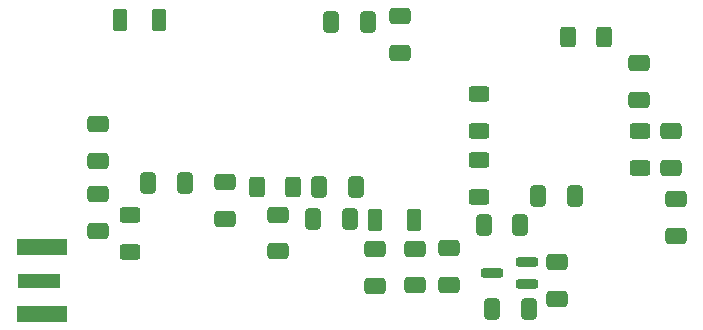
<source format=gbr>
%TF.GenerationSoftware,KiCad,Pcbnew,8.0.1-unknown-202403182320~f90c3ef075~ubuntu22.04.1*%
%TF.CreationDate,2024-03-20T20:40:56+05:30*%
%TF.ProjectId,BoB,426f422e-6b69-4636-9164-5f7063625858,rev?*%
%TF.SameCoordinates,Original*%
%TF.FileFunction,Paste,Top*%
%TF.FilePolarity,Positive*%
%FSLAX46Y46*%
G04 Gerber Fmt 4.6, Leading zero omitted, Abs format (unit mm)*
G04 Created by KiCad (PCBNEW 8.0.1-unknown-202403182320~f90c3ef075~ubuntu22.04.1) date 2024-03-20 20:40:56*
%MOMM*%
%LPD*%
G01*
G04 APERTURE LIST*
G04 Aperture macros list*
%AMRoundRect*
0 Rectangle with rounded corners*
0 $1 Rounding radius*
0 $2 $3 $4 $5 $6 $7 $8 $9 X,Y pos of 4 corners*
0 Add a 4 corners polygon primitive as box body*
4,1,4,$2,$3,$4,$5,$6,$7,$8,$9,$2,$3,0*
0 Add four circle primitives for the rounded corners*
1,1,$1+$1,$2,$3*
1,1,$1+$1,$4,$5*
1,1,$1+$1,$6,$7*
1,1,$1+$1,$8,$9*
0 Add four rect primitives between the rounded corners*
20,1,$1+$1,$2,$3,$4,$5,0*
20,1,$1+$1,$4,$5,$6,$7,0*
20,1,$1+$1,$6,$7,$8,$9,0*
20,1,$1+$1,$8,$9,$2,$3,0*%
G04 Aperture macros list end*
%ADD10RoundRect,0.250000X-0.650000X0.412500X-0.650000X-0.412500X0.650000X-0.412500X0.650000X0.412500X0*%
%ADD11RoundRect,0.250000X0.650000X-0.412500X0.650000X0.412500X-0.650000X0.412500X-0.650000X-0.412500X0*%
%ADD12RoundRect,0.250000X-0.412500X-0.650000X0.412500X-0.650000X0.412500X0.650000X-0.412500X0.650000X0*%
%ADD13RoundRect,0.250000X-0.362500X-0.700000X0.362500X-0.700000X0.362500X0.700000X-0.362500X0.700000X0*%
%ADD14RoundRect,0.250000X0.412500X0.650000X-0.412500X0.650000X-0.412500X-0.650000X0.412500X-0.650000X0*%
%ADD15RoundRect,0.250000X-0.400000X-0.625000X0.400000X-0.625000X0.400000X0.625000X-0.400000X0.625000X0*%
%ADD16RoundRect,0.250000X-0.625000X0.400000X-0.625000X-0.400000X0.625000X-0.400000X0.625000X0.400000X0*%
%ADD17RoundRect,0.250000X0.625000X-0.400000X0.625000X0.400000X-0.625000X0.400000X-0.625000X-0.400000X0*%
%ADD18RoundRect,0.250000X0.400000X0.625000X-0.400000X0.625000X-0.400000X-0.625000X0.400000X-0.625000X0*%
%ADD19R,3.600000X1.270000*%
%ADD20R,4.200000X1.350000*%
%ADD21RoundRect,0.200000X0.750000X0.200000X-0.750000X0.200000X-0.750000X-0.200000X0.750000X-0.200000X0*%
G04 APERTURE END LIST*
D10*
%TO.C,C5*%
X75612000Y-67733000D03*
X75612000Y-70858000D03*
%TD*%
D11*
%TO.C,C8*%
X77710000Y-51102500D03*
X77710000Y-47977500D03*
%TD*%
D12*
%TO.C,C10*%
X56379500Y-62138000D03*
X59504500Y-62138000D03*
%TD*%
D13*
%TO.C,L1*%
X54009500Y-48338000D03*
X57334500Y-48338000D03*
%TD*%
D11*
%TO.C,C11*%
X52137000Y-60308000D03*
X52137000Y-57183000D03*
%TD*%
D14*
%TO.C,C6*%
X73462000Y-65208000D03*
X70337000Y-65208000D03*
%TD*%
D15*
%TO.C,R14*%
X65580000Y-62506000D03*
X68680000Y-62506000D03*
%TD*%
D14*
%TO.C,C9*%
X73991000Y-62506000D03*
X70866000Y-62506000D03*
%TD*%
D10*
%TO.C,C3*%
X78937000Y-67695500D03*
X78937000Y-70820500D03*
%TD*%
D14*
%TO.C,C19*%
X87900000Y-65730000D03*
X84775000Y-65730000D03*
%TD*%
D13*
%TO.C,L2*%
X75599500Y-65258000D03*
X78924500Y-65258000D03*
%TD*%
D12*
%TO.C,C12*%
X89377000Y-63243000D03*
X92502000Y-63243000D03*
%TD*%
D11*
%TO.C,C2*%
X97942000Y-55132500D03*
X97942000Y-52007500D03*
%TD*%
D10*
%TO.C,C13*%
X91012000Y-68815500D03*
X91012000Y-71940500D03*
%TD*%
%TO.C,C17*%
X52112000Y-63045500D03*
X52112000Y-66170500D03*
%TD*%
%TO.C,C21*%
X67387000Y-64820500D03*
X67387000Y-67945500D03*
%TD*%
%TO.C,C16*%
X62890000Y-62030000D03*
X62890000Y-65155000D03*
%TD*%
D11*
%TO.C,C7*%
X100652000Y-60908000D03*
X100652000Y-57783000D03*
%TD*%
D16*
%TO.C,R13*%
X54872000Y-64848000D03*
X54872000Y-67948000D03*
%TD*%
D17*
%TO.C,R1*%
X84376000Y-63294000D03*
X84376000Y-60194000D03*
%TD*%
D18*
%TO.C,Rin1*%
X95000000Y-49778000D03*
X91900000Y-49778000D03*
%TD*%
D19*
%TO.C,J1*%
X47152000Y-70428000D03*
D20*
X47352000Y-67603000D03*
X47352000Y-73253000D03*
%TD*%
D17*
%TO.C,Rf1*%
X97992000Y-60863000D03*
X97992000Y-57763000D03*
%TD*%
D14*
%TO.C,C1*%
X74968500Y-48514000D03*
X71843500Y-48514000D03*
%TD*%
D17*
%TO.C,R2*%
X84376000Y-57706000D03*
X84376000Y-54606000D03*
%TD*%
D21*
%TO.C,U4*%
X88470000Y-70730000D03*
X88470000Y-68830000D03*
X85470000Y-69780000D03*
%TD*%
D12*
%TO.C,C18*%
X85480000Y-72840000D03*
X88605000Y-72840000D03*
%TD*%
D10*
%TO.C,C4*%
X81840000Y-67685000D03*
X81840000Y-70810000D03*
%TD*%
%TO.C,C14*%
X101092000Y-63500000D03*
X101092000Y-66625000D03*
%TD*%
M02*

</source>
